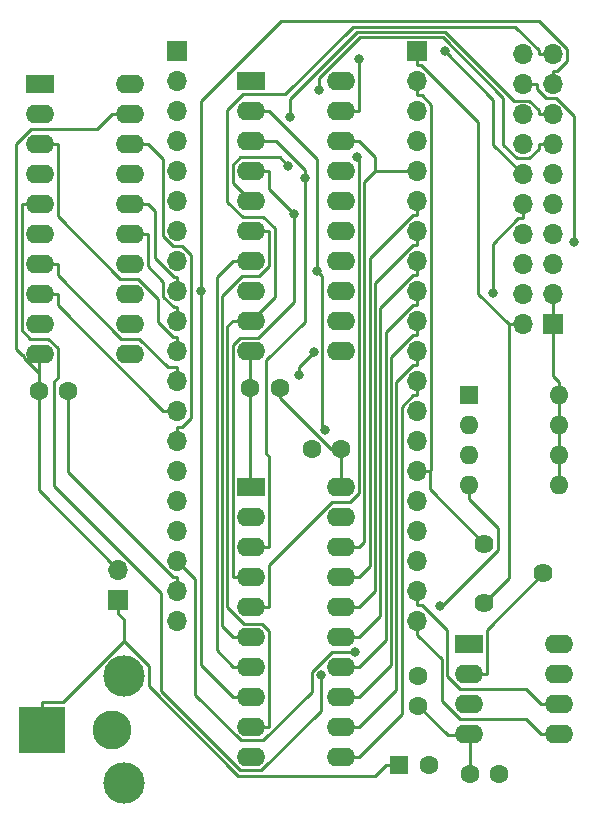
<source format=gbr>
%TF.GenerationSoftware,KiCad,Pcbnew,7.0.1*%
%TF.CreationDate,2023-07-20T10:40:34-07:00*%
%TF.ProjectId,tn_vdp_v3_board,746e5f76-6470-45f7-9633-5f626f617264,rev?*%
%TF.SameCoordinates,Original*%
%TF.FileFunction,Copper,L1,Top*%
%TF.FilePolarity,Positive*%
%FSLAX46Y46*%
G04 Gerber Fmt 4.6, Leading zero omitted, Abs format (unit mm)*
G04 Created by KiCad (PCBNEW 7.0.1) date 2023-07-20 10:40:34*
%MOMM*%
%LPD*%
G01*
G04 APERTURE LIST*
%TA.AperFunction,ComponentPad*%
%ADD10R,2.400000X1.600000*%
%TD*%
%TA.AperFunction,ComponentPad*%
%ADD11O,2.400000X1.600000*%
%TD*%
%TA.AperFunction,ComponentPad*%
%ADD12R,1.700000X1.700000*%
%TD*%
%TA.AperFunction,ComponentPad*%
%ADD13O,1.700000X1.700000*%
%TD*%
%TA.AperFunction,ComponentPad*%
%ADD14C,1.600000*%
%TD*%
%TA.AperFunction,ComponentPad*%
%ADD15C,1.620000*%
%TD*%
%TA.AperFunction,ComponentPad*%
%ADD16R,1.600000X1.600000*%
%TD*%
%TA.AperFunction,ComponentPad*%
%ADD17O,1.600000X1.600000*%
%TD*%
%TA.AperFunction,ComponentPad*%
%ADD18R,4.000000X4.000000*%
%TD*%
%TA.AperFunction,ComponentPad*%
%ADD19C,3.300000*%
%TD*%
%TA.AperFunction,ComponentPad*%
%ADD20C,3.500000*%
%TD*%
%TA.AperFunction,ViaPad*%
%ADD21C,0.800000*%
%TD*%
%TA.AperFunction,Conductor*%
%ADD22C,0.250000*%
%TD*%
G04 APERTURE END LIST*
D10*
%TO.P,U3,1,DIR*%
%TO.N,VCC*%
X138337000Y-50800000D03*
D11*
%TO.P,U3,2,A0*%
%TO.N,~{RESET}*%
X138337000Y-53340000D03*
%TO.P,U3,3,A1*%
%TO.N,~{INT_3V3}*%
X138337000Y-55880000D03*
%TO.P,U3,4,A2*%
%TO.N,~{CSW}*%
X138337000Y-58420000D03*
%TO.P,U3,5,A3*%
%TO.N,~{CSR}*%
X138337000Y-60960000D03*
%TO.P,U3,6,A4*%
%TO.N,MODE*%
X138337000Y-63500000D03*
%TO.P,U3,7,A5*%
%TO.N,CPUCLK_3V3*%
X138337000Y-66040000D03*
%TO.P,U3,8,A6*%
%TO.N,GROMCLK_3V3*%
X138337000Y-68580000D03*
%TO.P,U3,9,A7*%
%TO.N,MODE1*%
X138337000Y-71120000D03*
%TO.P,U3,10,GND*%
%TO.N,GND*%
X138337000Y-73660000D03*
%TO.P,U3,11,B7*%
%TO.N,MODE1_3V3*%
X145957000Y-73660000D03*
%TO.P,U3,12,B6*%
%TO.N,GROMCLK*%
X145957000Y-71120000D03*
%TO.P,U3,13,B5*%
%TO.N,CPUCLK*%
X145957000Y-68580000D03*
%TO.P,U3,14,B4*%
%TO.N,MODE_3V3*%
X145957000Y-66040000D03*
%TO.P,U3,15,B3*%
%TO.N,~{CSR_3V3}*%
X145957000Y-63500000D03*
%TO.P,U3,16,B2*%
%TO.N,~{CSW_3V3}*%
X145957000Y-60960000D03*
%TO.P,U3,17,B1*%
%TO.N,~{INT}*%
X145957000Y-58420000D03*
%TO.P,U3,18,B0*%
%TO.N,~{RESET_3V3}*%
X145957000Y-55880000D03*
%TO.P,U3,19,~{0E}*%
%TO.N,GND*%
X145957000Y-53340000D03*
%TO.P,U3,20,VCC*%
%TO.N,VCC_3V3*%
X145957000Y-50800000D03*
%TD*%
D12*
%TO.P,J2,1,Pin_1*%
%TO.N,GND*%
X181775000Y-71200000D03*
D13*
%TO.P,J2,2,Pin_2*%
%TO.N,VCC*%
X179235000Y-71200000D03*
%TO.P,J2,3,Pin_3*%
%TO.N,GND*%
X181775000Y-68660000D03*
%TO.P,J2,4,Pin_4*%
%TO.N,CPUCLK*%
X179235000Y-68660000D03*
%TO.P,J2,5,Pin_5*%
%TO.N,CD0*%
X181775000Y-66120000D03*
%TO.P,J2,6,Pin_6*%
%TO.N,GROMCLK*%
X179235000Y-66120000D03*
%TO.P,J2,7,Pin_7*%
%TO.N,CD1*%
X181775000Y-63580000D03*
%TO.P,J2,8,Pin_8*%
%TO.N,unconnected-(J2-Pin_8-Pad8)*%
X179235000Y-63580000D03*
%TO.P,J2,9,Pin_9*%
%TO.N,CD2*%
X181775000Y-61040000D03*
%TO.P,J2,10,Pin_10*%
%TO.N,MODE1*%
X179235000Y-61040000D03*
%TO.P,J2,11,Pin_11*%
%TO.N,CD3*%
X181775000Y-58500000D03*
%TO.P,J2,12,Pin_12*%
%TO.N,~{RESET}*%
X179235000Y-58500000D03*
%TO.P,J2,13,Pin_13*%
%TO.N,CD4*%
X181775000Y-55960000D03*
%TO.P,J2,14,Pin_14*%
%TO.N,MODE*%
X179235000Y-55960000D03*
%TO.P,J2,15,Pin_15*%
%TO.N,CD5*%
X181775000Y-53420000D03*
%TO.P,J2,16,Pin_16*%
%TO.N,~{CSW}*%
X179235000Y-53420000D03*
%TO.P,J2,17,Pin_17*%
%TO.N,CD6*%
X181775000Y-50880000D03*
%TO.P,J2,18,Pin_18*%
%TO.N,~{CSR}*%
X179235000Y-50880000D03*
%TO.P,J2,19,Pin_19*%
%TO.N,CD7*%
X181775000Y-48340000D03*
%TO.P,J2,20,Pin_20*%
%TO.N,~{INT}*%
X179235000Y-48340000D03*
%TD*%
D12*
%TO.P,J3,1,Pin_1*%
%TO.N,unconnected-(J3-Pin_1-Pad1)*%
X150000000Y-48060000D03*
D13*
%TO.P,J3,2,Pin_2*%
%TO.N,unconnected-(J3-Pin_2-Pad2)*%
X150000000Y-50600000D03*
%TO.P,J3,3,Pin_3*%
%TO.N,unconnected-(J3-Pin_3-Pad3)*%
X150000000Y-53140000D03*
%TO.P,J3,4,Pin_4*%
%TO.N,unconnected-(J3-Pin_4-Pad4)*%
X150000000Y-55680000D03*
%TO.P,J3,5,Pin_5*%
%TO.N,unconnected-(J3-Pin_5-Pad5)*%
X150000000Y-58220000D03*
%TO.P,J3,6,Pin_6*%
%TO.N,unconnected-(J3-Pin_6-Pad6)*%
X150000000Y-60760000D03*
%TO.P,J3,7,Pin_7*%
%TO.N,unconnected-(J3-Pin_7-Pad7)*%
X150000000Y-63300000D03*
%TO.P,J3,8,Pin_8*%
%TO.N,MODE_3V3*%
X150000000Y-65840000D03*
%TO.P,J3,9,Pin_9*%
%TO.N,~{CSW_3V3}*%
X150000000Y-68380000D03*
%TO.P,J3,10,Pin_10*%
%TO.N,~{CSR_3V3}*%
X150000000Y-70920000D03*
%TO.P,J3,11,Pin_11*%
%TO.N,~{INT_3V3}*%
X150000000Y-73460000D03*
%TO.P,J3,12,Pin_12*%
%TO.N,CPUCLK_3V3*%
X150000000Y-76000000D03*
%TO.P,J3,13,Pin_13*%
%TO.N,GROMCLK_3V3*%
X150000000Y-78540000D03*
%TO.P,J3,14,Pin_14*%
%TO.N,~{RESET_3V3}*%
X150000000Y-81080000D03*
%TO.P,J3,15,Pin_15*%
%TO.N,USR1_1V8*%
X150000000Y-83620000D03*
%TO.P,J3,16,Pin_16*%
%TO.N,USR2_1V8*%
X150000000Y-86160000D03*
%TO.P,J3,17,Pin_17*%
%TO.N,USR3_1V8*%
X150000000Y-88700000D03*
%TO.P,J3,18,Pin_18*%
%TO.N,USR4_1V8*%
X150000000Y-91240000D03*
%TO.P,J3,19,Pin_19*%
%TO.N,VCC_3V3*%
X150000000Y-93780000D03*
%TO.P,J3,20,Pin_20*%
%TO.N,GND*%
X150000000Y-96320000D03*
%TD*%
D14*
%TO.P,C6,1*%
%TO.N,AUDIO_REF*%
X170400000Y-101000000D03*
%TO.P,C6,2*%
%TO.N,GND*%
X170400000Y-103500000D03*
%TD*%
%TO.P,C2,1*%
%TO.N,VCC_3V3*%
X158663000Y-76578000D03*
%TO.P,C2,2*%
%TO.N,GND*%
X156163000Y-76578000D03*
%TD*%
%TO.P,C4,1*%
%TO.N,VCC*%
X177250000Y-109250000D03*
%TO.P,C4,2*%
%TO.N,GND*%
X174750000Y-109250000D03*
%TD*%
D12*
%TO.P,J6,1,Pin_1*%
%TO.N,VCC*%
X170320000Y-48060000D03*
D13*
%TO.P,J6,2,Pin_2*%
%TO.N,GND*%
X170320000Y-50600000D03*
%TO.P,J6,3,Pin_3*%
%TO.N,unconnected-(J6-Pin_3-Pad3)*%
X170320000Y-53140000D03*
%TO.P,J6,4,Pin_4*%
%TO.N,unconnected-(J6-Pin_4-Pad4)*%
X170320000Y-55680000D03*
%TO.P,J6,5,Pin_5*%
%TO.N,CD0_3V3*%
X170320000Y-58220000D03*
%TO.P,J6,6,Pin_6*%
%TO.N,CD1_3V3*%
X170320000Y-60760000D03*
%TO.P,J6,7,Pin_7*%
%TO.N,CD2_3V3*%
X170320000Y-63300000D03*
%TO.P,J6,8,Pin_8*%
%TO.N,CD3_3V3*%
X170320000Y-65840000D03*
%TO.P,J6,9,Pin_9*%
%TO.N,CD4_3V3*%
X170320000Y-68380000D03*
%TO.P,J6,10,Pin_10*%
%TO.N,CD5_3V3*%
X170320000Y-70920000D03*
%TO.P,J6,11,Pin_11*%
%TO.N,CD6_3V3*%
X170320000Y-73460000D03*
%TO.P,J6,12,Pin_12*%
%TO.N,CD7_3V3*%
X170320000Y-76000000D03*
%TO.P,J6,13,Pin_13*%
%TO.N,MODE1_3V3*%
X170320000Y-78540000D03*
%TO.P,J6,14,Pin_14*%
%TO.N,unconnected-(J6-Pin_14-Pad14)*%
X170320000Y-81080000D03*
%TO.P,J6,15,Pin_15*%
%TO.N,GND*%
X170320000Y-83620000D03*
%TO.P,J6,16,Pin_16*%
%TO.N,VCC_3V3*%
X170320000Y-86160000D03*
%TO.P,J6,17,Pin_17*%
%TO.N,ADC_CLK*%
X170320000Y-88700000D03*
%TO.P,J6,18,Pin_18*%
%TO.N,ADC_CS*%
X170320000Y-91240000D03*
%TO.P,J6,19,Pin_19*%
%TO.N,ADC_MISO*%
X170320000Y-93780000D03*
%TO.P,J6,20,Pin_20*%
%TO.N,ADC_MOSI*%
X170320000Y-96320000D03*
%TD*%
D14*
%TO.P,C1,1*%
%TO.N,VCC_3V3*%
X140750000Y-76835000D03*
%TO.P,C1,2*%
%TO.N,GND*%
X138250000Y-76835000D03*
%TD*%
D10*
%TO.P,U4,1,~{CS}/SHDN*%
%TO.N,ADC_CS*%
X174675000Y-98250000D03*
D11*
%TO.P,U4,2,CH0*%
%TO.N,AUDIO_REF*%
X174675000Y-100790000D03*
%TO.P,U4,3,CH1*%
X174675000Y-103330000D03*
%TO.P,U4,4,VSS*%
%TO.N,GND*%
X174675000Y-105870000D03*
%TO.P,U4,5,DIN*%
%TO.N,ADC_MOSI*%
X182295000Y-105870000D03*
%TO.P,U4,6,DOUT*%
%TO.N,ADC_MISO*%
X182295000Y-103330000D03*
%TO.P,U4,7,CLK*%
%TO.N,ADC_CLK*%
X182295000Y-100790000D03*
%TO.P,U4,8,VDD/VREF*%
%TO.N,VCC*%
X182295000Y-98250000D03*
%TD*%
D14*
%TO.P,C3,1*%
%TO.N,VCC_3V3*%
X163870000Y-81785000D03*
%TO.P,C3,2*%
%TO.N,GND*%
X161370000Y-81785000D03*
%TD*%
D15*
%TO.P,RV1,1,1*%
%TO.N,VCC*%
X176000000Y-94750000D03*
%TO.P,RV1,2,2*%
%TO.N,AUDIO_REF*%
X181000000Y-92250000D03*
%TO.P,RV1,3,3*%
%TO.N,GND*%
X176000000Y-89750000D03*
%TD*%
D16*
%TO.P,J4,1,Pin_1*%
%TO.N,USR1_1V8*%
X174700000Y-77200000D03*
D17*
%TO.P,J4,2,Pin_2*%
%TO.N,USR2_1V8*%
X174700000Y-79740000D03*
%TO.P,J4,3,Pin_3*%
%TO.N,USR3_1V8*%
X174700000Y-82280000D03*
%TO.P,J4,4,Pin_4*%
%TO.N,USR4_1V8*%
X174700000Y-84820000D03*
%TO.P,J4,5,Pin_5*%
%TO.N,GND*%
X182320000Y-84820000D03*
%TO.P,J4,6,Pin_6*%
X182320000Y-82280000D03*
%TO.P,J4,7,Pin_7*%
X182320000Y-79740000D03*
%TO.P,J4,8,Pin_8*%
X182320000Y-77200000D03*
%TD*%
D10*
%TO.P,U2,1,DIR*%
%TO.N,VCC*%
X156209200Y-50573400D03*
D11*
%TO.P,U2,2,A0*%
%TO.N,CD0*%
X156209200Y-53113400D03*
%TO.P,U2,3,A1*%
%TO.N,CD1*%
X156209200Y-55653400D03*
%TO.P,U2,4,A2*%
%TO.N,CD2*%
X156209200Y-58193400D03*
%TO.P,U2,5,A3*%
%TO.N,CD3*%
X156209200Y-60733400D03*
%TO.P,U2,6,A4*%
%TO.N,CD4*%
X156209200Y-63273400D03*
%TO.P,U2,7,A5*%
%TO.N,CD5*%
X156209200Y-65813400D03*
%TO.P,U2,8,A6*%
%TO.N,CD6*%
X156209200Y-68353400D03*
%TO.P,U2,9,A7*%
%TO.N,CD7*%
X156209200Y-70893400D03*
%TO.P,U2,10,GND*%
%TO.N,GND*%
X156209200Y-73433400D03*
%TO.P,U2,11,B7*%
%TO.N,CD7_3V3*%
X163829200Y-73433400D03*
%TO.P,U2,12,B6*%
%TO.N,CD6_3V3*%
X163829200Y-70893400D03*
%TO.P,U2,13,B5*%
%TO.N,CD5_3V3*%
X163829200Y-68353400D03*
%TO.P,U2,14,B4*%
%TO.N,CD4_3V3*%
X163829200Y-65813400D03*
%TO.P,U2,15,B3*%
%TO.N,CD3_3V3*%
X163829200Y-63273400D03*
%TO.P,U2,16,B2*%
%TO.N,CD2_3V3*%
X163829200Y-60733400D03*
%TO.P,U2,17,B1*%
%TO.N,CD1_3V3*%
X163829200Y-58193400D03*
%TO.P,U2,18,B0*%
%TO.N,CD0_3V3*%
X163829200Y-55653400D03*
%TO.P,U2,19,~{0E}*%
%TO.N,~{CSW}*%
X163829200Y-53113400D03*
%TO.P,U2,20,VCC*%
%TO.N,VCC_3V3*%
X163829200Y-50573400D03*
%TD*%
D12*
%TO.P,J5,1,Pin_1*%
%TO.N,AUDIO*%
X145000000Y-94500000D03*
D13*
%TO.P,J5,2,Pin_2*%
%TO.N,GND*%
X145000000Y-91960000D03*
%TD*%
D16*
%TO.P,C5,1*%
%TO.N,AUDIO*%
X168794900Y-108500000D03*
D14*
%TO.P,C5,2*%
%TO.N,AUDIO_REF*%
X171294900Y-108500000D03*
%TD*%
D10*
%TO.P,U1,1,DIR*%
%TO.N,GND*%
X156250000Y-84960000D03*
D11*
%TO.P,U1,2,A0*%
%TO.N,CD0*%
X156250000Y-87500000D03*
%TO.P,U1,3,A1*%
%TO.N,CD1*%
X156250000Y-90040000D03*
%TO.P,U1,4,A2*%
%TO.N,CD2*%
X156250000Y-92580000D03*
%TO.P,U1,5,A3*%
%TO.N,CD3*%
X156250000Y-95120000D03*
%TO.P,U1,6,A4*%
%TO.N,CD4*%
X156250000Y-97660000D03*
%TO.P,U1,7,A5*%
%TO.N,CD5*%
X156250000Y-100200000D03*
%TO.P,U1,8,A6*%
%TO.N,CD6*%
X156250000Y-102740000D03*
%TO.P,U1,9,A7*%
%TO.N,CD7*%
X156250000Y-105280000D03*
%TO.P,U1,10,GND*%
%TO.N,GND*%
X156250000Y-107820000D03*
%TO.P,U1,11,B7*%
%TO.N,CD7_3V3*%
X163870000Y-107820000D03*
%TO.P,U1,12,B6*%
%TO.N,CD6_3V3*%
X163870000Y-105280000D03*
%TO.P,U1,13,B5*%
%TO.N,CD5_3V3*%
X163870000Y-102740000D03*
%TO.P,U1,14,B4*%
%TO.N,CD4_3V3*%
X163870000Y-100200000D03*
%TO.P,U1,15,B3*%
%TO.N,CD3_3V3*%
X163870000Y-97660000D03*
%TO.P,U1,16,B2*%
%TO.N,CD2_3V3*%
X163870000Y-95120000D03*
%TO.P,U1,17,B1*%
%TO.N,CD1_3V3*%
X163870000Y-92580000D03*
%TO.P,U1,18,B0*%
%TO.N,CD0_3V3*%
X163870000Y-90040000D03*
%TO.P,U1,19,~{0E}*%
%TO.N,~{CSR}*%
X163870000Y-87500000D03*
%TO.P,U1,20,VCC*%
%TO.N,VCC_3V3*%
X163870000Y-84960000D03*
%TD*%
D18*
%TO.P,J7,1,In*%
%TO.N,AUDIO*%
X138500000Y-105500000D03*
D19*
%TO.P,J7,2,Ext*%
%TO.N,GND*%
X144500000Y-105500000D03*
D20*
%TO.P,J7,MP*%
%TO.N,N/C*%
X145500000Y-110000000D03*
X145500000Y-101000000D03*
%TD*%
D21*
%TO.N,CPUCLK*%
X161534600Y-73528700D03*
X160298300Y-75481700D03*
%TO.N,~{RESET}*%
X172624600Y-48068900D03*
%TO.N,CD0*%
X161837200Y-66668200D03*
X162470100Y-80163100D03*
%TO.N,CD1*%
X160791000Y-58759000D03*
%TO.N,CD2*%
X159864600Y-61862200D03*
%TO.N,CD3*%
X165199000Y-57055800D03*
X159389100Y-57751200D03*
%TO.N,CD4*%
X162018500Y-51355600D03*
%TO.N,CD5*%
X159575400Y-53634200D03*
%TO.N,CD6*%
X152028600Y-68405300D03*
%TO.N,~{CSR}*%
X162122300Y-100920100D03*
X183620800Y-64243300D03*
%TO.N,~{CSW}*%
X165354300Y-48697000D03*
%TO.N,MODE1*%
X176725500Y-68529100D03*
%TO.N,USR4_1V8*%
X172245300Y-95010000D03*
X165035900Y-98930000D03*
%TD*%
D22*
%TO.N,AUDIO_REF*%
X176200100Y-97049900D02*
X181000000Y-92250000D01*
X176200100Y-100790000D02*
X176200100Y-97049900D01*
X174675000Y-100790000D02*
X176200100Y-100790000D01*
%TO.N,CPUCLK*%
X160298300Y-74765000D02*
X160298300Y-75481700D01*
X161534600Y-73528700D02*
X160298300Y-74765000D01*
%TO.N,~{RESET}*%
X176710000Y-52154300D02*
X172624600Y-48068900D01*
X176710000Y-55975000D02*
X176710000Y-52154300D01*
X179235000Y-58500000D02*
X176710000Y-55975000D01*
%TO.N,CD0*%
X156209200Y-53113400D02*
X157734300Y-53113400D01*
X161837200Y-57216300D02*
X161837200Y-66668200D01*
X157734300Y-53113400D02*
X161837200Y-57216300D01*
X162282900Y-79975900D02*
X162470100Y-80163100D01*
X162282900Y-67113900D02*
X162282900Y-79975900D01*
X161837200Y-66668200D02*
X162282900Y-67113900D01*
%TO.N,CD1*%
X156209200Y-55653400D02*
X157734300Y-55653400D01*
X156250000Y-90040000D02*
X157775100Y-90040000D01*
X160791000Y-70965400D02*
X160791000Y-58759000D01*
X157537000Y-74219400D02*
X160791000Y-70965400D01*
X157537000Y-82125400D02*
X157537000Y-74219400D01*
X157775100Y-82363500D02*
X157537000Y-82125400D01*
X157775100Y-90040000D02*
X157775100Y-82363500D01*
X158316800Y-55653400D02*
X157734300Y-55653400D01*
X160791000Y-58127600D02*
X158316800Y-55653400D01*
X160791000Y-58759000D02*
X160791000Y-58127600D01*
%TO.N,CD2*%
X157734300Y-59731900D02*
X157734300Y-58193400D01*
X159864600Y-61862200D02*
X157734300Y-59731900D01*
X156209200Y-58193400D02*
X157734300Y-58193400D01*
X159864600Y-69286100D02*
X159864600Y-61862200D01*
X156842500Y-72308200D02*
X159864600Y-69286100D01*
X155317500Y-72308200D02*
X156842500Y-72308200D01*
X154683500Y-72942200D02*
X155317500Y-72308200D01*
X154683500Y-92538600D02*
X154683500Y-72942200D01*
X154724900Y-92580000D02*
X154683500Y-92538600D01*
X156250000Y-92580000D02*
X154724900Y-92580000D01*
%TO.N,CD3*%
X156250000Y-95120000D02*
X157775100Y-95120000D01*
X154684100Y-59208300D02*
X156209200Y-60733400D01*
X154684100Y-57670200D02*
X154684100Y-59208300D01*
X155318400Y-57035900D02*
X154684100Y-57670200D01*
X158673800Y-57035900D02*
X155318400Y-57035900D01*
X159389100Y-57751200D02*
X158673800Y-57035900D01*
X165395100Y-57251900D02*
X165199000Y-57055800D01*
X165395100Y-85488700D02*
X165395100Y-57251900D01*
X164653800Y-86230000D02*
X165395100Y-85488700D01*
X163105300Y-86230000D02*
X164653800Y-86230000D01*
X157775100Y-91560200D02*
X163105300Y-86230000D01*
X157775100Y-95120000D02*
X157775100Y-91560200D01*
%TO.N,CD4*%
X181775000Y-55960000D02*
X180599900Y-55960000D01*
X153777300Y-96712400D02*
X154724900Y-97660000D01*
X153777300Y-68788600D02*
X153777300Y-96712400D01*
X155482500Y-67083400D02*
X153777300Y-68788600D01*
X156930500Y-67083400D02*
X155482500Y-67083400D01*
X157734300Y-66279600D02*
X156930500Y-67083400D01*
X157734300Y-63273400D02*
X157734300Y-66279600D01*
X156209200Y-63273400D02*
X157734300Y-63273400D01*
X156250000Y-97660000D02*
X154724900Y-97660000D01*
X162018500Y-50318800D02*
X162018500Y-51355600D01*
X165452400Y-46884900D02*
X162018500Y-50318800D01*
X172466100Y-46884900D02*
X165452400Y-46884900D01*
X177615300Y-52034100D02*
X172466100Y-46884900D01*
X177615300Y-56004100D02*
X177615300Y-52034100D01*
X178756800Y-57145600D02*
X177615300Y-56004100D01*
X179781500Y-57145600D02*
X178756800Y-57145600D01*
X180599900Y-56327200D02*
X179781500Y-57145600D01*
X180599900Y-55960000D02*
X180599900Y-56327200D01*
%TO.N,CD5*%
X156209200Y-65813400D02*
X154684100Y-65813400D01*
X156250000Y-100200000D02*
X154724900Y-100200000D01*
X181775000Y-53420000D02*
X180599900Y-53420000D01*
X153327100Y-67170400D02*
X154684100Y-65813400D01*
X153327100Y-98802200D02*
X153327100Y-67170400D01*
X154724900Y-100200000D02*
X153327100Y-98802200D01*
X159575400Y-52104500D02*
X159575400Y-53634200D01*
X165245100Y-46434800D02*
X159575400Y-52104500D01*
X172652600Y-46434800D02*
X165245100Y-46434800D01*
X178462700Y-52244900D02*
X172652600Y-46434800D01*
X179792100Y-52244900D02*
X178462700Y-52244900D01*
X180599900Y-53052700D02*
X179792100Y-52244900D01*
X180599900Y-53420000D02*
X180599900Y-53052700D01*
%TO.N,CD6*%
X152028600Y-52290600D02*
X152028600Y-68405300D01*
X158784700Y-45534500D02*
X152028600Y-52290600D01*
X180646300Y-45534500D02*
X158784700Y-45534500D01*
X182972400Y-47860600D02*
X180646300Y-45534500D01*
X182972400Y-48874700D02*
X182972400Y-47860600D01*
X182142200Y-49704900D02*
X182972400Y-48874700D01*
X181775000Y-49704900D02*
X182142200Y-49704900D01*
X181775000Y-50880000D02*
X181775000Y-49704900D01*
X152028600Y-100043700D02*
X152028600Y-68405300D01*
X154724900Y-102740000D02*
X152028600Y-100043700D01*
X156250000Y-102740000D02*
X154724900Y-102740000D01*
%TO.N,CD7*%
X181775000Y-48340000D02*
X180599900Y-48340000D01*
X156250000Y-105280000D02*
X157775100Y-105280000D01*
X156209200Y-70893400D02*
X154684100Y-70893400D01*
X154233300Y-71344200D02*
X154684100Y-70893400D01*
X154233300Y-95122700D02*
X154233300Y-71344200D01*
X155645400Y-96534800D02*
X154233300Y-95122700D01*
X157166100Y-96534800D02*
X155645400Y-96534800D01*
X157775100Y-97143800D02*
X157166100Y-96534800D01*
X157775100Y-105280000D02*
X157775100Y-97143800D01*
X158229000Y-68873600D02*
X156209200Y-70893400D01*
X158229000Y-63070200D02*
X158229000Y-68873600D01*
X157236100Y-62077300D02*
X158229000Y-63070200D01*
X155519700Y-62077300D02*
X157236100Y-62077300D01*
X154233900Y-60791500D02*
X155519700Y-62077300D01*
X154233900Y-53012800D02*
X154233900Y-60791500D01*
X155548100Y-51698600D02*
X154233900Y-53012800D01*
X159126300Y-51698600D02*
X155548100Y-51698600D01*
X164840200Y-45984700D02*
X159126300Y-51698600D01*
X178611800Y-45984700D02*
X164840200Y-45984700D01*
X180599900Y-47972800D02*
X178611800Y-45984700D01*
X180599900Y-48340000D02*
X180599900Y-47972800D01*
%TO.N,~{CSR}*%
X138337000Y-60960000D02*
X136811900Y-60960000D01*
X136811900Y-71650700D02*
X136811900Y-60960000D01*
X137551200Y-72390000D02*
X136811900Y-71650700D01*
X139065700Y-72390000D02*
X137551200Y-72390000D01*
X139862200Y-73186500D02*
X139065700Y-72390000D01*
X139862200Y-75709800D02*
X139862200Y-73186500D01*
X139590500Y-75981500D02*
X139862200Y-75709800D01*
X139590500Y-84888600D02*
X139590500Y-75981500D01*
X148596500Y-93894600D02*
X139590500Y-84888600D01*
X148596500Y-102211100D02*
X148596500Y-93894600D01*
X155334700Y-108949300D02*
X148596500Y-102211100D01*
X157116400Y-108949300D02*
X155334700Y-108949300D01*
X162122300Y-103943400D02*
X157116400Y-108949300D01*
X162122300Y-100920100D02*
X162122300Y-103943400D01*
X183620800Y-53584700D02*
X183620800Y-64243300D01*
X182091200Y-52055100D02*
X183620800Y-53584700D01*
X181217900Y-52055100D02*
X182091200Y-52055100D01*
X180410100Y-51247300D02*
X181217900Y-52055100D01*
X180410100Y-50880000D02*
X180410100Y-51247300D01*
X179235000Y-50880000D02*
X180410100Y-50880000D01*
%TO.N,~{CSW}*%
X163829200Y-53113400D02*
X165354300Y-53113400D01*
X165354300Y-53113400D02*
X165354300Y-48697000D01*
%TO.N,ADC_MOSI*%
X172381100Y-99556200D02*
X170320000Y-97495100D01*
X172381100Y-103070200D02*
X172381100Y-99556200D01*
X173910900Y-104600000D02*
X172381100Y-103070200D01*
X179499900Y-104600000D02*
X173910900Y-104600000D01*
X180769900Y-105870000D02*
X179499900Y-104600000D01*
X182295000Y-105870000D02*
X180769900Y-105870000D01*
X170320000Y-96320000D02*
X170320000Y-97495100D01*
%TO.N,ADC_MISO*%
X170685200Y-94955100D02*
X170320000Y-94955100D01*
X172831300Y-97101200D02*
X170685200Y-94955100D01*
X172831300Y-100948000D02*
X172831300Y-97101200D01*
X173943300Y-102060000D02*
X172831300Y-100948000D01*
X179499900Y-102060000D02*
X173943300Y-102060000D01*
X180769900Y-103330000D02*
X179499900Y-102060000D01*
X182295000Y-103330000D02*
X180769900Y-103330000D01*
X170320000Y-93780000D02*
X170320000Y-94955100D01*
%TO.N,CD7_3V3*%
X163870000Y-107820000D02*
X165395100Y-107820000D01*
X170320000Y-76000000D02*
X170320000Y-77175100D01*
X169968200Y-77175100D02*
X170320000Y-77175100D01*
X168995900Y-78147400D02*
X169968200Y-77175100D01*
X168995900Y-104219200D02*
X168995900Y-78147400D01*
X165395100Y-107820000D02*
X168995900Y-104219200D01*
%TO.N,CD6_3V3*%
X163870000Y-105280000D02*
X165395100Y-105280000D01*
X170320000Y-73460000D02*
X170320000Y-74635100D01*
X169968200Y-74635100D02*
X170320000Y-74635100D01*
X168545800Y-76057500D02*
X169968200Y-74635100D01*
X168545800Y-102129300D02*
X168545800Y-76057500D01*
X165395100Y-105280000D02*
X168545800Y-102129300D01*
%TO.N,CD5_3V3*%
X163870000Y-102740000D02*
X165395100Y-102740000D01*
X170320000Y-70920000D02*
X170320000Y-72095100D01*
X169968200Y-72095100D02*
X170320000Y-72095100D01*
X168095700Y-73967600D02*
X169968200Y-72095100D01*
X168095700Y-100039400D02*
X168095700Y-73967600D01*
X165395100Y-102740000D02*
X168095700Y-100039400D01*
%TO.N,CD4_3V3*%
X163870000Y-100200000D02*
X165395100Y-100200000D01*
X170320000Y-68380000D02*
X170320000Y-69555100D01*
X169968200Y-69555100D02*
X170320000Y-69555100D01*
X167645600Y-71877700D02*
X169968200Y-69555100D01*
X167645600Y-97949500D02*
X167645600Y-71877700D01*
X165395100Y-100200000D02*
X167645600Y-97949500D01*
%TO.N,CD3_3V3*%
X163870000Y-97660000D02*
X165395100Y-97660000D01*
X170320000Y-65840000D02*
X170320000Y-67015100D01*
X169954700Y-67015100D02*
X170320000Y-67015100D01*
X167195500Y-69774300D02*
X169954700Y-67015100D01*
X167195500Y-95859600D02*
X167195500Y-69774300D01*
X165395100Y-97660000D02*
X167195500Y-95859600D01*
%TO.N,CD2_3V3*%
X163870000Y-95120000D02*
X165395100Y-95120000D01*
X170320000Y-63300000D02*
X170320000Y-64475100D01*
X169954700Y-64475100D02*
X170320000Y-64475100D01*
X166745400Y-67684400D02*
X169954700Y-64475100D01*
X166745400Y-93769700D02*
X166745400Y-67684400D01*
X165395100Y-95120000D02*
X166745400Y-93769700D01*
%TO.N,CD1_3V3*%
X163870000Y-92580000D02*
X165395100Y-92580000D01*
X170320000Y-60760000D02*
X170320000Y-61935100D01*
X169954700Y-61935100D02*
X170320000Y-61935100D01*
X166295300Y-65594500D02*
X169954700Y-61935100D01*
X166295300Y-91679800D02*
X166295300Y-65594500D01*
X165395100Y-92580000D02*
X166295300Y-91679800D01*
%TO.N,CD0_3V3*%
X163829200Y-55653400D02*
X165354300Y-55653400D01*
X163870000Y-90040000D02*
X165395100Y-90040000D01*
X165845200Y-59119400D02*
X166744600Y-58220000D01*
X165845200Y-89589900D02*
X165845200Y-59119400D01*
X165395100Y-90040000D02*
X165845200Y-89589900D01*
X170320000Y-58220000D02*
X166744600Y-58220000D01*
X166744600Y-57043700D02*
X165354300Y-55653400D01*
X166744600Y-58220000D02*
X166744600Y-57043700D01*
%TO.N,~{RESET_3V3}*%
X148762900Y-57160800D02*
X147482100Y-55880000D01*
X148762900Y-63735700D02*
X148762900Y-57160800D01*
X149597200Y-64570000D02*
X148762900Y-63735700D01*
X150421300Y-64570000D02*
X149597200Y-64570000D01*
X151175200Y-65323900D02*
X150421300Y-64570000D01*
X151175200Y-79096900D02*
X151175200Y-65323900D01*
X150367200Y-79904900D02*
X151175200Y-79096900D01*
X150000000Y-79904900D02*
X150367200Y-79904900D01*
X150000000Y-81080000D02*
X150000000Y-79904900D01*
X145957000Y-55880000D02*
X147482100Y-55880000D01*
%TO.N,GROMCLK_3V3*%
X139862100Y-69577200D02*
X139862100Y-68580000D01*
X148824900Y-78540000D02*
X139862100Y-69577200D01*
X138337000Y-68580000D02*
X139862100Y-68580000D01*
X150000000Y-78540000D02*
X148824900Y-78540000D01*
%TO.N,CPUCLK_3V3*%
X139862100Y-67035700D02*
X139862100Y-66040000D01*
X145216400Y-72390000D02*
X139862100Y-67035700D01*
X146762800Y-72390000D02*
X145216400Y-72390000D01*
X149197700Y-74824900D02*
X146762800Y-72390000D01*
X150000000Y-74824900D02*
X149197700Y-74824900D01*
X150000000Y-76000000D02*
X150000000Y-74824900D01*
X138337000Y-66040000D02*
X139862100Y-66040000D01*
%TO.N,~{INT_3V3}*%
X150000000Y-73460000D02*
X150000000Y-72284900D01*
X138337000Y-55880000D02*
X139862100Y-55880000D01*
X149632700Y-72284900D02*
X150000000Y-72284900D01*
X148374800Y-71027000D02*
X149632700Y-72284900D01*
X148374800Y-69005800D02*
X148374800Y-71027000D01*
X146679000Y-67310000D02*
X148374800Y-69005800D01*
X145179200Y-67310000D02*
X146679000Y-67310000D01*
X139862100Y-61992900D02*
X145179200Y-67310000D01*
X139862100Y-55880000D02*
X139862100Y-61992900D01*
%TO.N,~{CSR_3V3}*%
X150000000Y-70920000D02*
X150000000Y-69744900D01*
X145957000Y-63500000D02*
X147482100Y-63500000D01*
X149703100Y-69744900D02*
X150000000Y-69744900D01*
X148824900Y-68866700D02*
X149703100Y-69744900D01*
X148824900Y-67617600D02*
X148824900Y-68866700D01*
X147482100Y-66274800D02*
X148824900Y-67617600D01*
X147482100Y-63500000D02*
X147482100Y-66274800D01*
%TO.N,~{CSW_3V3}*%
X150000000Y-68380000D02*
X150000000Y-67204900D01*
X145957000Y-60960000D02*
X147482100Y-60960000D01*
X149681500Y-67204900D02*
X150000000Y-67204900D01*
X148087700Y-65611100D02*
X149681500Y-67204900D01*
X148087700Y-61565600D02*
X148087700Y-65611100D01*
X147482100Y-60960000D02*
X148087700Y-61565600D01*
%TO.N,VCC*%
X179235000Y-71200000D02*
X178059900Y-71200000D01*
X178059900Y-92690100D02*
X178059900Y-71200000D01*
X176000000Y-94750000D02*
X178059900Y-92690100D01*
X170320000Y-48060000D02*
X170320000Y-49235100D01*
X170649600Y-49235100D02*
X170320000Y-49235100D01*
X175486200Y-54071700D02*
X170649600Y-49235100D01*
X175486200Y-68626300D02*
X175486200Y-54071700D01*
X178059900Y-71200000D02*
X175486200Y-68626300D01*
%TO.N,MODE1*%
X176725500Y-64357400D02*
X176725500Y-68529100D01*
X178867800Y-62215100D02*
X176725500Y-64357400D01*
X179235000Y-62215100D02*
X178867800Y-62215100D01*
X179235000Y-61040000D02*
X179235000Y-62215100D01*
%TO.N,USR4_1V8*%
X172416400Y-95010000D02*
X172245300Y-95010000D01*
X177156400Y-90270000D02*
X172416400Y-95010000D01*
X177156400Y-88401500D02*
X177156400Y-90270000D01*
X174700000Y-85945100D02*
X177156400Y-88401500D01*
X174700000Y-84820000D02*
X174700000Y-85945100D01*
X163087000Y-98930000D02*
X165035900Y-98930000D01*
X161397200Y-100619800D02*
X163087000Y-98930000D01*
X161397200Y-102299600D02*
X161397200Y-100619800D01*
X157281700Y-106415100D02*
X161397200Y-102299600D01*
X155361100Y-106415100D02*
X157281700Y-106415100D01*
X151521200Y-102575200D02*
X155361100Y-106415100D01*
X151521200Y-92761200D02*
X151521200Y-102575200D01*
X150000000Y-91240000D02*
X151521200Y-92761200D01*
%TO.N,AUDIO*%
X145000000Y-94500000D02*
X145000000Y-95675100D01*
X168794900Y-108500000D02*
X167669800Y-108500000D01*
X166748600Y-109421200D02*
X167669800Y-108500000D01*
X155155900Y-109421200D02*
X166748600Y-109421200D01*
X147575200Y-101840500D02*
X155155900Y-109421200D01*
X147575200Y-100122100D02*
X147575200Y-101840500D01*
X145466800Y-98013700D02*
X147575200Y-100122100D01*
X140305600Y-103174900D02*
X145466800Y-98013700D01*
X138500000Y-103174900D02*
X140305600Y-103174900D01*
X145466800Y-96141900D02*
X145000000Y-95675100D01*
X145466800Y-98013700D02*
X145466800Y-96141900D01*
X138500000Y-105500000D02*
X138500000Y-103174900D01*
%TO.N,GND*%
X182320000Y-79740000D02*
X182320000Y-82280000D01*
X182320000Y-82280000D02*
X182320000Y-84820000D01*
X182320000Y-77200000D02*
X182320000Y-79740000D01*
X181775000Y-75529900D02*
X181775000Y-71200000D01*
X182320000Y-76074900D02*
X181775000Y-75529900D01*
X182320000Y-77200000D02*
X182320000Y-76074900D01*
X156163000Y-84873000D02*
X156163000Y-76578000D01*
X156250000Y-84960000D02*
X156163000Y-84873000D01*
X181775000Y-68660000D02*
X181775000Y-71200000D01*
X145957000Y-53340000D02*
X144431900Y-53340000D01*
X137037000Y-74078000D02*
X138250000Y-75291000D01*
X137037000Y-73888200D02*
X137037000Y-74078000D01*
X136963900Y-73815100D02*
X137037000Y-73888200D01*
X136884900Y-73815100D02*
X136963900Y-73815100D01*
X136307800Y-73238000D02*
X136884900Y-73815100D01*
X136307800Y-55916800D02*
X136307800Y-73238000D01*
X137614600Y-54610000D02*
X136307800Y-55916800D01*
X143161900Y-54610000D02*
X137614600Y-54610000D01*
X144431900Y-53340000D02*
X143161900Y-54610000D01*
X156186100Y-73456500D02*
X156209200Y-73433400D01*
X156186000Y-73456500D02*
X156186100Y-73456500D01*
X138250000Y-85210000D02*
X138250000Y-76835000D01*
X145000000Y-91960000D02*
X138250000Y-85210000D01*
X170320000Y-50600000D02*
X170320000Y-51775100D01*
X170320000Y-83620000D02*
X171408100Y-83620000D01*
X171514200Y-83513900D02*
X171408100Y-83620000D01*
X171514200Y-52604100D02*
X171514200Y-83513900D01*
X170685200Y-51775100D02*
X171514200Y-52604100D01*
X170320000Y-51775100D02*
X170685200Y-51775100D01*
X171408100Y-85158100D02*
X176000000Y-89750000D01*
X171408100Y-83620000D02*
X171408100Y-85158100D01*
%TO.N,VCC_3V3*%
X149634700Y-92604900D02*
X150000000Y-92604900D01*
X140750000Y-83720200D02*
X149634700Y-92604900D01*
X140750000Y-76835000D02*
X140750000Y-83720200D01*
X150000000Y-93780000D02*
X150000000Y-92604900D01*
X163039800Y-81785000D02*
X163870000Y-81785000D01*
X158663000Y-77408200D02*
X163039800Y-81785000D01*
X158663000Y-76578000D02*
X158663000Y-77408200D01*
%TO.N,GND*%
X138250000Y-73747000D02*
X138337000Y-73660000D01*
X138250000Y-76835000D02*
X138250000Y-73747000D01*
X172900000Y-106000000D02*
X174545000Y-106000000D01*
X170400000Y-103500000D02*
X172900000Y-106000000D01*
X174545000Y-106000000D02*
X174675000Y-105870000D01*
X156163000Y-73479600D02*
X156209200Y-73433400D01*
X156163000Y-76578000D02*
X156163000Y-73479600D01*
%TO.N,VCC_3V3*%
X163870000Y-81785000D02*
X163870000Y-84960000D01*
%TO.N,GND*%
X174750000Y-105945000D02*
X174675000Y-105870000D01*
X174750000Y-109250000D02*
X174750000Y-105945000D01*
%TD*%
M02*

</source>
